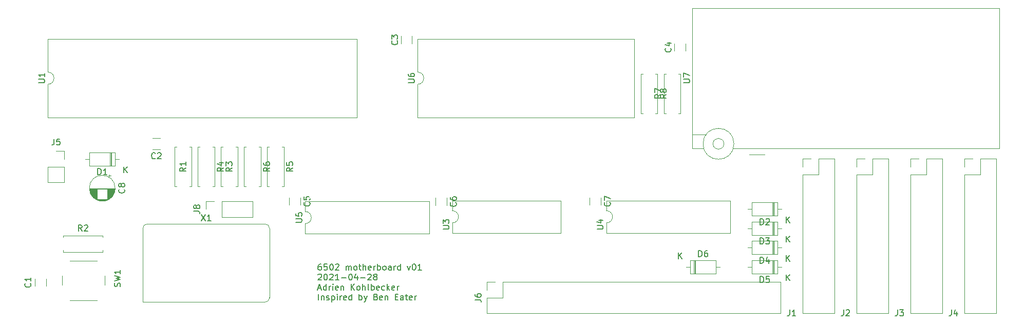
<source format=gto>
%TF.GenerationSoftware,KiCad,Pcbnew,(5.1.9-0-10_14)*%
%TF.CreationDate,2021-04-28T18:12:29+02:00*%
%TF.ProjectId,mainboard,6d61696e-626f-4617-9264-2e6b69636164,rev?*%
%TF.SameCoordinates,Original*%
%TF.FileFunction,Legend,Top*%
%TF.FilePolarity,Positive*%
%FSLAX46Y46*%
G04 Gerber Fmt 4.6, Leading zero omitted, Abs format (unit mm)*
G04 Created by KiCad (PCBNEW (5.1.9-0-10_14)) date 2021-04-28 18:12:29*
%MOMM*%
%LPD*%
G01*
G04 APERTURE LIST*
%ADD10C,0.150000*%
%ADD11C,0.120000*%
%ADD12O,1.600000X1.600000*%
%ADD13R,1.600000X1.600000*%
%ADD14O,1.700000X1.700000*%
%ADD15R,1.700000X1.700000*%
%ADD16C,1.600000*%
%ADD17O,1.440000X2.000000*%
%ADD18R,1.440000X2.000000*%
%ADD19C,1.200000*%
%ADD20R,1.200000X1.200000*%
%ADD21C,2.000000*%
G04 APERTURE END LIST*
D10*
X203710166Y83032619D02*
X203519690Y83032619D01*
X203424452Y82985000D01*
X203376833Y82937380D01*
X203281595Y82794523D01*
X203233976Y82604047D01*
X203233976Y82223095D01*
X203281595Y82127857D01*
X203329214Y82080238D01*
X203424452Y82032619D01*
X203614928Y82032619D01*
X203710166Y82080238D01*
X203757785Y82127857D01*
X203805404Y82223095D01*
X203805404Y82461190D01*
X203757785Y82556428D01*
X203710166Y82604047D01*
X203614928Y82651666D01*
X203424452Y82651666D01*
X203329214Y82604047D01*
X203281595Y82556428D01*
X203233976Y82461190D01*
X204710166Y83032619D02*
X204233976Y83032619D01*
X204186357Y82556428D01*
X204233976Y82604047D01*
X204329214Y82651666D01*
X204567309Y82651666D01*
X204662547Y82604047D01*
X204710166Y82556428D01*
X204757785Y82461190D01*
X204757785Y82223095D01*
X204710166Y82127857D01*
X204662547Y82080238D01*
X204567309Y82032619D01*
X204329214Y82032619D01*
X204233976Y82080238D01*
X204186357Y82127857D01*
X205376833Y83032619D02*
X205472071Y83032619D01*
X205567309Y82985000D01*
X205614928Y82937380D01*
X205662547Y82842142D01*
X205710166Y82651666D01*
X205710166Y82413571D01*
X205662547Y82223095D01*
X205614928Y82127857D01*
X205567309Y82080238D01*
X205472071Y82032619D01*
X205376833Y82032619D01*
X205281595Y82080238D01*
X205233976Y82127857D01*
X205186357Y82223095D01*
X205138738Y82413571D01*
X205138738Y82651666D01*
X205186357Y82842142D01*
X205233976Y82937380D01*
X205281595Y82985000D01*
X205376833Y83032619D01*
X206091119Y82937380D02*
X206138738Y82985000D01*
X206233976Y83032619D01*
X206472071Y83032619D01*
X206567309Y82985000D01*
X206614928Y82937380D01*
X206662547Y82842142D01*
X206662547Y82746904D01*
X206614928Y82604047D01*
X206043500Y82032619D01*
X206662547Y82032619D01*
X207853023Y82032619D02*
X207853023Y82699285D01*
X207853023Y82604047D02*
X207900642Y82651666D01*
X207995880Y82699285D01*
X208138738Y82699285D01*
X208233976Y82651666D01*
X208281595Y82556428D01*
X208281595Y82032619D01*
X208281595Y82556428D02*
X208329214Y82651666D01*
X208424452Y82699285D01*
X208567309Y82699285D01*
X208662547Y82651666D01*
X208710166Y82556428D01*
X208710166Y82032619D01*
X209329214Y82032619D02*
X209233976Y82080238D01*
X209186357Y82127857D01*
X209138738Y82223095D01*
X209138738Y82508809D01*
X209186357Y82604047D01*
X209233976Y82651666D01*
X209329214Y82699285D01*
X209472071Y82699285D01*
X209567309Y82651666D01*
X209614928Y82604047D01*
X209662547Y82508809D01*
X209662547Y82223095D01*
X209614928Y82127857D01*
X209567309Y82080238D01*
X209472071Y82032619D01*
X209329214Y82032619D01*
X209948261Y82699285D02*
X210329214Y82699285D01*
X210091119Y83032619D02*
X210091119Y82175476D01*
X210138738Y82080238D01*
X210233976Y82032619D01*
X210329214Y82032619D01*
X210662547Y82032619D02*
X210662547Y83032619D01*
X211091119Y82032619D02*
X211091119Y82556428D01*
X211043500Y82651666D01*
X210948261Y82699285D01*
X210805404Y82699285D01*
X210710166Y82651666D01*
X210662547Y82604047D01*
X211948261Y82080238D02*
X211853023Y82032619D01*
X211662547Y82032619D01*
X211567309Y82080238D01*
X211519690Y82175476D01*
X211519690Y82556428D01*
X211567309Y82651666D01*
X211662547Y82699285D01*
X211853023Y82699285D01*
X211948261Y82651666D01*
X211995880Y82556428D01*
X211995880Y82461190D01*
X211519690Y82365952D01*
X212424452Y82032619D02*
X212424452Y82699285D01*
X212424452Y82508809D02*
X212472071Y82604047D01*
X212519690Y82651666D01*
X212614928Y82699285D01*
X212710166Y82699285D01*
X213043500Y82032619D02*
X213043500Y83032619D01*
X213043500Y82651666D02*
X213138738Y82699285D01*
X213329214Y82699285D01*
X213424452Y82651666D01*
X213472071Y82604047D01*
X213519690Y82508809D01*
X213519690Y82223095D01*
X213472071Y82127857D01*
X213424452Y82080238D01*
X213329214Y82032619D01*
X213138738Y82032619D01*
X213043500Y82080238D01*
X214091119Y82032619D02*
X213995880Y82080238D01*
X213948261Y82127857D01*
X213900642Y82223095D01*
X213900642Y82508809D01*
X213948261Y82604047D01*
X213995880Y82651666D01*
X214091119Y82699285D01*
X214233976Y82699285D01*
X214329214Y82651666D01*
X214376833Y82604047D01*
X214424452Y82508809D01*
X214424452Y82223095D01*
X214376833Y82127857D01*
X214329214Y82080238D01*
X214233976Y82032619D01*
X214091119Y82032619D01*
X215281595Y82032619D02*
X215281595Y82556428D01*
X215233976Y82651666D01*
X215138738Y82699285D01*
X214948261Y82699285D01*
X214853023Y82651666D01*
X215281595Y82080238D02*
X215186357Y82032619D01*
X214948261Y82032619D01*
X214853023Y82080238D01*
X214805404Y82175476D01*
X214805404Y82270714D01*
X214853023Y82365952D01*
X214948261Y82413571D01*
X215186357Y82413571D01*
X215281595Y82461190D01*
X215757785Y82032619D02*
X215757785Y82699285D01*
X215757785Y82508809D02*
X215805404Y82604047D01*
X215853023Y82651666D01*
X215948261Y82699285D01*
X216043500Y82699285D01*
X216805404Y82032619D02*
X216805404Y83032619D01*
X216805404Y82080238D02*
X216710166Y82032619D01*
X216519690Y82032619D01*
X216424452Y82080238D01*
X216376833Y82127857D01*
X216329214Y82223095D01*
X216329214Y82508809D01*
X216376833Y82604047D01*
X216424452Y82651666D01*
X216519690Y82699285D01*
X216710166Y82699285D01*
X216805404Y82651666D01*
X217948261Y82699285D02*
X218186357Y82032619D01*
X218424452Y82699285D01*
X218995880Y83032619D02*
X219091119Y83032619D01*
X219186357Y82985000D01*
X219233976Y82937380D01*
X219281595Y82842142D01*
X219329214Y82651666D01*
X219329214Y82413571D01*
X219281595Y82223095D01*
X219233976Y82127857D01*
X219186357Y82080238D01*
X219091119Y82032619D01*
X218995880Y82032619D01*
X218900642Y82080238D01*
X218853023Y82127857D01*
X218805404Y82223095D01*
X218757785Y82413571D01*
X218757785Y82651666D01*
X218805404Y82842142D01*
X218853023Y82937380D01*
X218900642Y82985000D01*
X218995880Y83032619D01*
X220281595Y82032619D02*
X219710166Y82032619D01*
X219995880Y82032619D02*
X219995880Y83032619D01*
X219900642Y82889761D01*
X219805404Y82794523D01*
X219710166Y82746904D01*
X203233976Y81287380D02*
X203281595Y81335000D01*
X203376833Y81382619D01*
X203614928Y81382619D01*
X203710166Y81335000D01*
X203757785Y81287380D01*
X203805404Y81192142D01*
X203805404Y81096904D01*
X203757785Y80954047D01*
X203186357Y80382619D01*
X203805404Y80382619D01*
X204424452Y81382619D02*
X204519690Y81382619D01*
X204614928Y81335000D01*
X204662547Y81287380D01*
X204710166Y81192142D01*
X204757785Y81001666D01*
X204757785Y80763571D01*
X204710166Y80573095D01*
X204662547Y80477857D01*
X204614928Y80430238D01*
X204519690Y80382619D01*
X204424452Y80382619D01*
X204329214Y80430238D01*
X204281595Y80477857D01*
X204233976Y80573095D01*
X204186357Y80763571D01*
X204186357Y81001666D01*
X204233976Y81192142D01*
X204281595Y81287380D01*
X204329214Y81335000D01*
X204424452Y81382619D01*
X205138738Y81287380D02*
X205186357Y81335000D01*
X205281595Y81382619D01*
X205519690Y81382619D01*
X205614928Y81335000D01*
X205662547Y81287380D01*
X205710166Y81192142D01*
X205710166Y81096904D01*
X205662547Y80954047D01*
X205091119Y80382619D01*
X205710166Y80382619D01*
X206662547Y80382619D02*
X206091119Y80382619D01*
X206376833Y80382619D02*
X206376833Y81382619D01*
X206281595Y81239761D01*
X206186357Y81144523D01*
X206091119Y81096904D01*
X207091119Y80763571D02*
X207853023Y80763571D01*
X208519690Y81382619D02*
X208614928Y81382619D01*
X208710166Y81335000D01*
X208757785Y81287380D01*
X208805404Y81192142D01*
X208853023Y81001666D01*
X208853023Y80763571D01*
X208805404Y80573095D01*
X208757785Y80477857D01*
X208710166Y80430238D01*
X208614928Y80382619D01*
X208519690Y80382619D01*
X208424452Y80430238D01*
X208376833Y80477857D01*
X208329214Y80573095D01*
X208281595Y80763571D01*
X208281595Y81001666D01*
X208329214Y81192142D01*
X208376833Y81287380D01*
X208424452Y81335000D01*
X208519690Y81382619D01*
X209710166Y81049285D02*
X209710166Y80382619D01*
X209472071Y81430238D02*
X209233976Y80715952D01*
X209853023Y80715952D01*
X210233976Y80763571D02*
X210995880Y80763571D01*
X211424452Y81287380D02*
X211472071Y81335000D01*
X211567309Y81382619D01*
X211805404Y81382619D01*
X211900642Y81335000D01*
X211948261Y81287380D01*
X211995880Y81192142D01*
X211995880Y81096904D01*
X211948261Y80954047D01*
X211376833Y80382619D01*
X211995880Y80382619D01*
X212567309Y80954047D02*
X212472071Y81001666D01*
X212424452Y81049285D01*
X212376833Y81144523D01*
X212376833Y81192142D01*
X212424452Y81287380D01*
X212472071Y81335000D01*
X212567309Y81382619D01*
X212757785Y81382619D01*
X212853023Y81335000D01*
X212900642Y81287380D01*
X212948261Y81192142D01*
X212948261Y81144523D01*
X212900642Y81049285D01*
X212853023Y81001666D01*
X212757785Y80954047D01*
X212567309Y80954047D01*
X212472071Y80906428D01*
X212424452Y80858809D01*
X212376833Y80763571D01*
X212376833Y80573095D01*
X212424452Y80477857D01*
X212472071Y80430238D01*
X212567309Y80382619D01*
X212757785Y80382619D01*
X212853023Y80430238D01*
X212900642Y80477857D01*
X212948261Y80573095D01*
X212948261Y80763571D01*
X212900642Y80858809D01*
X212853023Y80906428D01*
X212757785Y80954047D01*
X203233976Y79018333D02*
X203710166Y79018333D01*
X203138738Y78732619D02*
X203472071Y79732619D01*
X203805404Y78732619D01*
X204567309Y78732619D02*
X204567309Y79732619D01*
X204567309Y78780238D02*
X204472071Y78732619D01*
X204281595Y78732619D01*
X204186357Y78780238D01*
X204138738Y78827857D01*
X204091119Y78923095D01*
X204091119Y79208809D01*
X204138738Y79304047D01*
X204186357Y79351666D01*
X204281595Y79399285D01*
X204472071Y79399285D01*
X204567309Y79351666D01*
X205043500Y78732619D02*
X205043500Y79399285D01*
X205043500Y79208809D02*
X205091119Y79304047D01*
X205138738Y79351666D01*
X205233976Y79399285D01*
X205329214Y79399285D01*
X205662547Y78732619D02*
X205662547Y79399285D01*
X205662547Y79732619D02*
X205614928Y79685000D01*
X205662547Y79637380D01*
X205710166Y79685000D01*
X205662547Y79732619D01*
X205662547Y79637380D01*
X206519690Y78780238D02*
X206424452Y78732619D01*
X206233976Y78732619D01*
X206138738Y78780238D01*
X206091119Y78875476D01*
X206091119Y79256428D01*
X206138738Y79351666D01*
X206233976Y79399285D01*
X206424452Y79399285D01*
X206519690Y79351666D01*
X206567309Y79256428D01*
X206567309Y79161190D01*
X206091119Y79065952D01*
X206995880Y79399285D02*
X206995880Y78732619D01*
X206995880Y79304047D02*
X207043500Y79351666D01*
X207138738Y79399285D01*
X207281595Y79399285D01*
X207376833Y79351666D01*
X207424452Y79256428D01*
X207424452Y78732619D01*
X208662547Y78732619D02*
X208662547Y79732619D01*
X209233976Y78732619D02*
X208805404Y79304047D01*
X209233976Y79732619D02*
X208662547Y79161190D01*
X209805404Y78732619D02*
X209710166Y78780238D01*
X209662547Y78827857D01*
X209614928Y78923095D01*
X209614928Y79208809D01*
X209662547Y79304047D01*
X209710166Y79351666D01*
X209805404Y79399285D01*
X209948261Y79399285D01*
X210043500Y79351666D01*
X210091119Y79304047D01*
X210138738Y79208809D01*
X210138738Y78923095D01*
X210091119Y78827857D01*
X210043500Y78780238D01*
X209948261Y78732619D01*
X209805404Y78732619D01*
X210567309Y78732619D02*
X210567309Y79732619D01*
X210995880Y78732619D02*
X210995880Y79256428D01*
X210948261Y79351666D01*
X210853023Y79399285D01*
X210710166Y79399285D01*
X210614928Y79351666D01*
X210567309Y79304047D01*
X211614928Y78732619D02*
X211519690Y78780238D01*
X211472071Y78875476D01*
X211472071Y79732619D01*
X211995880Y78732619D02*
X211995880Y79732619D01*
X211995880Y79351666D02*
X212091119Y79399285D01*
X212281595Y79399285D01*
X212376833Y79351666D01*
X212424452Y79304047D01*
X212472071Y79208809D01*
X212472071Y78923095D01*
X212424452Y78827857D01*
X212376833Y78780238D01*
X212281595Y78732619D01*
X212091119Y78732619D01*
X211995880Y78780238D01*
X213281595Y78780238D02*
X213186357Y78732619D01*
X212995880Y78732619D01*
X212900642Y78780238D01*
X212853023Y78875476D01*
X212853023Y79256428D01*
X212900642Y79351666D01*
X212995880Y79399285D01*
X213186357Y79399285D01*
X213281595Y79351666D01*
X213329214Y79256428D01*
X213329214Y79161190D01*
X212853023Y79065952D01*
X214186357Y78780238D02*
X214091119Y78732619D01*
X213900642Y78732619D01*
X213805404Y78780238D01*
X213757785Y78827857D01*
X213710166Y78923095D01*
X213710166Y79208809D01*
X213757785Y79304047D01*
X213805404Y79351666D01*
X213900642Y79399285D01*
X214091119Y79399285D01*
X214186357Y79351666D01*
X214614928Y78732619D02*
X214614928Y79732619D01*
X214710166Y79113571D02*
X214995880Y78732619D01*
X214995880Y79399285D02*
X214614928Y79018333D01*
X215805404Y78780238D02*
X215710166Y78732619D01*
X215519690Y78732619D01*
X215424452Y78780238D01*
X215376833Y78875476D01*
X215376833Y79256428D01*
X215424452Y79351666D01*
X215519690Y79399285D01*
X215710166Y79399285D01*
X215805404Y79351666D01*
X215853023Y79256428D01*
X215853023Y79161190D01*
X215376833Y79065952D01*
X216281595Y78732619D02*
X216281595Y79399285D01*
X216281595Y79208809D02*
X216329214Y79304047D01*
X216376833Y79351666D01*
X216472071Y79399285D01*
X216567309Y79399285D01*
X203281595Y77082619D02*
X203281595Y78082619D01*
X203757785Y77749285D02*
X203757785Y77082619D01*
X203757785Y77654047D02*
X203805404Y77701666D01*
X203900642Y77749285D01*
X204043500Y77749285D01*
X204138738Y77701666D01*
X204186357Y77606428D01*
X204186357Y77082619D01*
X204614928Y77130238D02*
X204710166Y77082619D01*
X204900642Y77082619D01*
X204995880Y77130238D01*
X205043500Y77225476D01*
X205043500Y77273095D01*
X204995880Y77368333D01*
X204900642Y77415952D01*
X204757785Y77415952D01*
X204662547Y77463571D01*
X204614928Y77558809D01*
X204614928Y77606428D01*
X204662547Y77701666D01*
X204757785Y77749285D01*
X204900642Y77749285D01*
X204995880Y77701666D01*
X205472071Y77749285D02*
X205472071Y76749285D01*
X205472071Y77701666D02*
X205567309Y77749285D01*
X205757785Y77749285D01*
X205853023Y77701666D01*
X205900642Y77654047D01*
X205948261Y77558809D01*
X205948261Y77273095D01*
X205900642Y77177857D01*
X205853023Y77130238D01*
X205757785Y77082619D01*
X205567309Y77082619D01*
X205472071Y77130238D01*
X206376833Y77082619D02*
X206376833Y77749285D01*
X206376833Y78082619D02*
X206329214Y78035000D01*
X206376833Y77987380D01*
X206424452Y78035000D01*
X206376833Y78082619D01*
X206376833Y77987380D01*
X206853023Y77082619D02*
X206853023Y77749285D01*
X206853023Y77558809D02*
X206900642Y77654047D01*
X206948261Y77701666D01*
X207043500Y77749285D01*
X207138738Y77749285D01*
X207853023Y77130238D02*
X207757785Y77082619D01*
X207567309Y77082619D01*
X207472071Y77130238D01*
X207424452Y77225476D01*
X207424452Y77606428D01*
X207472071Y77701666D01*
X207567309Y77749285D01*
X207757785Y77749285D01*
X207853023Y77701666D01*
X207900642Y77606428D01*
X207900642Y77511190D01*
X207424452Y77415952D01*
X208757785Y77082619D02*
X208757785Y78082619D01*
X208757785Y77130238D02*
X208662547Y77082619D01*
X208472071Y77082619D01*
X208376833Y77130238D01*
X208329214Y77177857D01*
X208281595Y77273095D01*
X208281595Y77558809D01*
X208329214Y77654047D01*
X208376833Y77701666D01*
X208472071Y77749285D01*
X208662547Y77749285D01*
X208757785Y77701666D01*
X209995880Y77082619D02*
X209995880Y78082619D01*
X209995880Y77701666D02*
X210091119Y77749285D01*
X210281595Y77749285D01*
X210376833Y77701666D01*
X210424452Y77654047D01*
X210472071Y77558809D01*
X210472071Y77273095D01*
X210424452Y77177857D01*
X210376833Y77130238D01*
X210281595Y77082619D01*
X210091119Y77082619D01*
X209995880Y77130238D01*
X210805404Y77749285D02*
X211043500Y77082619D01*
X211281595Y77749285D02*
X211043500Y77082619D01*
X210948261Y76844523D01*
X210900642Y76796904D01*
X210805404Y76749285D01*
X212757785Y77606428D02*
X212900642Y77558809D01*
X212948261Y77511190D01*
X212995880Y77415952D01*
X212995880Y77273095D01*
X212948261Y77177857D01*
X212900642Y77130238D01*
X212805404Y77082619D01*
X212424452Y77082619D01*
X212424452Y78082619D01*
X212757785Y78082619D01*
X212853023Y78035000D01*
X212900642Y77987380D01*
X212948261Y77892142D01*
X212948261Y77796904D01*
X212900642Y77701666D01*
X212853023Y77654047D01*
X212757785Y77606428D01*
X212424452Y77606428D01*
X213805404Y77130238D02*
X213710166Y77082619D01*
X213519690Y77082619D01*
X213424452Y77130238D01*
X213376833Y77225476D01*
X213376833Y77606428D01*
X213424452Y77701666D01*
X213519690Y77749285D01*
X213710166Y77749285D01*
X213805404Y77701666D01*
X213853023Y77606428D01*
X213853023Y77511190D01*
X213376833Y77415952D01*
X214281595Y77749285D02*
X214281595Y77082619D01*
X214281595Y77654047D02*
X214329214Y77701666D01*
X214424452Y77749285D01*
X214567309Y77749285D01*
X214662547Y77701666D01*
X214710166Y77606428D01*
X214710166Y77082619D01*
X215948261Y77606428D02*
X216281595Y77606428D01*
X216424452Y77082619D02*
X215948261Y77082619D01*
X215948261Y78082619D01*
X216424452Y78082619D01*
X217281595Y77082619D02*
X217281595Y77606428D01*
X217233976Y77701666D01*
X217138738Y77749285D01*
X216948261Y77749285D01*
X216853023Y77701666D01*
X217281595Y77130238D02*
X217186357Y77082619D01*
X216948261Y77082619D01*
X216853023Y77130238D01*
X216805404Y77225476D01*
X216805404Y77320714D01*
X216853023Y77415952D01*
X216948261Y77463571D01*
X217186357Y77463571D01*
X217281595Y77511190D01*
X217614928Y77749285D02*
X217995880Y77749285D01*
X217757785Y78082619D02*
X217757785Y77225476D01*
X217805404Y77130238D01*
X217900642Y77082619D01*
X217995880Y77082619D01*
X218710166Y77130238D02*
X218614928Y77082619D01*
X218424452Y77082619D01*
X218329214Y77130238D01*
X218281595Y77225476D01*
X218281595Y77606428D01*
X218329214Y77701666D01*
X218424452Y77749285D01*
X218614928Y77749285D01*
X218710166Y77701666D01*
X218757785Y77606428D01*
X218757785Y77511190D01*
X218281595Y77415952D01*
X219186357Y77082619D02*
X219186357Y77749285D01*
X219186357Y77558809D02*
X219233976Y77654047D01*
X219281595Y77701666D01*
X219376833Y77749285D01*
X219472071Y77749285D01*
D11*
%TO.C,U5*%
X201108000Y91678000D02*
G75*
G02*
X201108000Y89678000I0J-1000000D01*
G01*
X201108000Y89678000D02*
X201108000Y88028000D01*
X201108000Y88028000D02*
X221548000Y88028000D01*
X221548000Y88028000D02*
X221548000Y93328000D01*
X221548000Y93328000D02*
X201108000Y93328000D01*
X201108000Y93328000D02*
X201108000Y91678000D01*
%TO.C,U3*%
X225365000Y93455000D02*
X225365000Y91805000D01*
X243265000Y93455000D02*
X225365000Y93455000D01*
X243265000Y88155000D02*
X243265000Y93455000D01*
X225365000Y88155000D02*
X243265000Y88155000D01*
X225365000Y89805000D02*
X225365000Y88155000D01*
X225365000Y91805000D02*
G75*
G02*
X225365000Y89805000I0J-1000000D01*
G01*
%TO.C,J1*%
X283150000Y100390000D02*
X284480000Y100390000D01*
X283150000Y99060000D02*
X283150000Y100390000D01*
X285750000Y100390000D02*
X288350000Y100390000D01*
X285750000Y97790000D02*
X285750000Y100390000D01*
X283150000Y97790000D02*
X285750000Y97790000D01*
X288350000Y100390000D02*
X288350000Y74870000D01*
X283150000Y97790000D02*
X283150000Y74870000D01*
X283150000Y74870000D02*
X288350000Y74870000D01*
%TO.C,R5*%
X194845000Y95790000D02*
X195175000Y95790000D01*
X194845000Y102330000D02*
X194845000Y95790000D01*
X195175000Y102330000D02*
X194845000Y102330000D01*
X197585000Y95790000D02*
X197255000Y95790000D01*
X197585000Y102330000D02*
X197585000Y95790000D01*
X197255000Y102330000D02*
X197585000Y102330000D01*
%TO.C,J2*%
X292040000Y100390000D02*
X293370000Y100390000D01*
X292040000Y99060000D02*
X292040000Y100390000D01*
X294640000Y100390000D02*
X297240000Y100390000D01*
X294640000Y97790000D02*
X294640000Y100390000D01*
X292040000Y97790000D02*
X294640000Y97790000D01*
X297240000Y100390000D02*
X297240000Y74870000D01*
X292040000Y97790000D02*
X292040000Y74870000D01*
X292040000Y74870000D02*
X297240000Y74870000D01*
%TO.C,D5*%
X278380000Y81430000D02*
X278380000Y83670000D01*
X278140000Y81430000D02*
X278140000Y83670000D01*
X278260000Y81430000D02*
X278260000Y83670000D01*
X274090000Y82550000D02*
X274740000Y82550000D01*
X279630000Y82550000D02*
X278980000Y82550000D01*
X274740000Y81430000D02*
X278980000Y81430000D01*
X274740000Y83670000D02*
X274740000Y81430000D01*
X278980000Y83670000D02*
X274740000Y83670000D01*
X278980000Y81430000D02*
X278980000Y83670000D01*
%TO.C,R8*%
X256440000Y107855000D02*
X256770000Y107855000D01*
X256440000Y114395000D02*
X256440000Y107855000D01*
X256770000Y114395000D02*
X256440000Y114395000D01*
X259180000Y107855000D02*
X258850000Y107855000D01*
X259180000Y114395000D02*
X259180000Y107855000D01*
X258850000Y114395000D02*
X259180000Y114395000D01*
%TO.C,R7*%
X262990000Y114395000D02*
X262660000Y114395000D01*
X262990000Y107855000D02*
X262990000Y114395000D01*
X262660000Y107855000D02*
X262990000Y107855000D01*
X260250000Y114395000D02*
X260580000Y114395000D01*
X260250000Y107855000D02*
X260250000Y114395000D01*
X260580000Y107855000D02*
X260250000Y107855000D01*
%TO.C,R6*%
X191035000Y95790000D02*
X191365000Y95790000D01*
X191035000Y102330000D02*
X191035000Y95790000D01*
X191365000Y102330000D02*
X191035000Y102330000D01*
X193775000Y95790000D02*
X193445000Y95790000D01*
X193775000Y102330000D02*
X193775000Y95790000D01*
X193445000Y102330000D02*
X193775000Y102330000D01*
%TO.C,R4*%
X183415000Y95790000D02*
X183745000Y95790000D01*
X183415000Y102330000D02*
X183415000Y95790000D01*
X183745000Y102330000D02*
X183415000Y102330000D01*
X186155000Y95790000D02*
X185825000Y95790000D01*
X186155000Y102330000D02*
X186155000Y95790000D01*
X185825000Y102330000D02*
X186155000Y102330000D01*
%TO.C,J6*%
X231080000Y78740000D02*
X231080000Y80070000D01*
X231080000Y80070000D02*
X232410000Y80070000D01*
X231080000Y77470000D02*
X233680000Y77470000D01*
X233680000Y77470000D02*
X233680000Y80070000D01*
X233680000Y80070000D02*
X279460000Y80070000D01*
X279460000Y74870000D02*
X279460000Y80070000D01*
X231080000Y74870000D02*
X279460000Y74870000D01*
X231080000Y74870000D02*
X231080000Y77470000D01*
%TO.C,D6*%
X265180000Y83670000D02*
X265180000Y81430000D01*
X265420000Y83670000D02*
X265420000Y81430000D01*
X265300000Y83670000D02*
X265300000Y81430000D01*
X269470000Y82550000D02*
X268820000Y82550000D01*
X263930000Y82550000D02*
X264580000Y82550000D01*
X268820000Y83670000D02*
X264580000Y83670000D01*
X268820000Y81430000D02*
X268820000Y83670000D01*
X264580000Y81430000D02*
X268820000Y81430000D01*
X264580000Y83670000D02*
X264580000Y81430000D01*
%TO.C,D4*%
X278380000Y84605000D02*
X278380000Y86845000D01*
X278140000Y84605000D02*
X278140000Y86845000D01*
X278260000Y84605000D02*
X278260000Y86845000D01*
X274090000Y85725000D02*
X274740000Y85725000D01*
X279630000Y85725000D02*
X278980000Y85725000D01*
X274740000Y84605000D02*
X278980000Y84605000D01*
X274740000Y86845000D02*
X274740000Y84605000D01*
X278980000Y86845000D02*
X274740000Y86845000D01*
X278980000Y84605000D02*
X278980000Y86845000D01*
%TO.C,D3*%
X278380000Y87780000D02*
X278380000Y90020000D01*
X278140000Y87780000D02*
X278140000Y90020000D01*
X278260000Y87780000D02*
X278260000Y90020000D01*
X274090000Y88900000D02*
X274740000Y88900000D01*
X279630000Y88900000D02*
X278980000Y88900000D01*
X274740000Y87780000D02*
X278980000Y87780000D01*
X274740000Y90020000D02*
X274740000Y87780000D01*
X278980000Y90020000D02*
X274740000Y90020000D01*
X278980000Y87780000D02*
X278980000Y90020000D01*
%TO.C,D2*%
X278380000Y90955000D02*
X278380000Y93195000D01*
X278140000Y90955000D02*
X278140000Y93195000D01*
X278260000Y90955000D02*
X278260000Y93195000D01*
X274090000Y92075000D02*
X274740000Y92075000D01*
X279630000Y92075000D02*
X278980000Y92075000D01*
X274740000Y90955000D02*
X278980000Y90955000D01*
X274740000Y93195000D02*
X274740000Y90955000D01*
X278980000Y93195000D02*
X274740000Y93195000D01*
X278980000Y90955000D02*
X278980000Y93195000D01*
%TO.C,C5*%
X200310000Y93994000D02*
X200310000Y92736000D01*
X198470000Y93994000D02*
X198470000Y92736000D01*
%TO.C,J3*%
X300930000Y100390000D02*
X302260000Y100390000D01*
X300930000Y99060000D02*
X300930000Y100390000D01*
X303530000Y100390000D02*
X306130000Y100390000D01*
X303530000Y97790000D02*
X303530000Y100390000D01*
X300930000Y97790000D02*
X303530000Y97790000D01*
X306130000Y100390000D02*
X306130000Y74870000D01*
X300930000Y97790000D02*
X300930000Y74870000D01*
X300930000Y74870000D02*
X306130000Y74870000D01*
%TO.C,U7*%
X271790000Y102845000D02*
G75*
G03*
X271790000Y102845000I-2550000J0D01*
G01*
X270140000Y102845000D02*
G75*
G03*
X270140000Y102845000I-900000J0D01*
G01*
X271690000Y102115000D02*
X315530000Y102115000D01*
X315530000Y102115000D02*
X315530000Y125215000D01*
X315530000Y125215000D02*
X264930000Y125215000D01*
X264930000Y125215000D02*
X264930000Y102115000D01*
X264930000Y102115000D02*
X266790000Y102115000D01*
X264930000Y104395000D02*
X267190000Y104395000D01*
X276860000Y101095000D02*
X274320000Y101095000D01*
%TO.C,U6*%
X219650000Y112665000D02*
X219650000Y107205000D01*
X219650000Y107205000D02*
X255330000Y107205000D01*
X255330000Y107205000D02*
X255330000Y120125000D01*
X255330000Y120125000D02*
X219650000Y120125000D01*
X219650000Y120125000D02*
X219650000Y114665000D01*
X219650000Y114665000D02*
G75*
G02*
X219650000Y112665000I0J-1000000D01*
G01*
%TO.C,R3*%
X189635000Y102330000D02*
X189965000Y102330000D01*
X189965000Y102330000D02*
X189965000Y95790000D01*
X189965000Y95790000D02*
X189635000Y95790000D01*
X187555000Y102330000D02*
X187225000Y102330000D01*
X187225000Y102330000D02*
X187225000Y95790000D01*
X187225000Y95790000D02*
X187555000Y95790000D01*
%TO.C,J5*%
X158690000Y99060000D02*
X161350000Y99060000D01*
X158690000Y99060000D02*
X158690000Y96460000D01*
X158690000Y96460000D02*
X161350000Y96460000D01*
X161350000Y99060000D02*
X161350000Y96460000D01*
X161350000Y101660000D02*
X161350000Y100330000D01*
X160020000Y101660000D02*
X161350000Y101660000D01*
%TO.C,D1*%
X169760000Y99210000D02*
X169760000Y101450000D01*
X169760000Y101450000D02*
X165520000Y101450000D01*
X165520000Y101450000D02*
X165520000Y99210000D01*
X165520000Y99210000D02*
X169760000Y99210000D01*
X170410000Y100330000D02*
X169760000Y100330000D01*
X164870000Y100330000D02*
X165520000Y100330000D01*
X169040000Y99210000D02*
X169040000Y101450000D01*
X168920000Y99210000D02*
X168920000Y101450000D01*
X169160000Y99210000D02*
X169160000Y101450000D01*
%TO.C,C8*%
X169760000Y95520000D02*
G75*
G03*
X169760000Y95520000I-2120000J0D01*
G01*
X169720000Y95520000D02*
X165560000Y95520000D01*
X169720000Y95480000D02*
X165560000Y95480000D01*
X169719000Y95440000D02*
X165561000Y95440000D01*
X169717000Y95400000D02*
X165563000Y95400000D01*
X169714000Y95360000D02*
X165566000Y95360000D01*
X169711000Y95320000D02*
X168480000Y95320000D01*
X166800000Y95320000D02*
X165569000Y95320000D01*
X169707000Y95280000D02*
X168480000Y95280000D01*
X166800000Y95280000D02*
X165573000Y95280000D01*
X169702000Y95240000D02*
X168480000Y95240000D01*
X166800000Y95240000D02*
X165578000Y95240000D01*
X169696000Y95200000D02*
X168480000Y95200000D01*
X166800000Y95200000D02*
X165584000Y95200000D01*
X169690000Y95160000D02*
X168480000Y95160000D01*
X166800000Y95160000D02*
X165590000Y95160000D01*
X169682000Y95120000D02*
X168480000Y95120000D01*
X166800000Y95120000D02*
X165598000Y95120000D01*
X169674000Y95080000D02*
X168480000Y95080000D01*
X166800000Y95080000D02*
X165606000Y95080000D01*
X169665000Y95040000D02*
X168480000Y95040000D01*
X166800000Y95040000D02*
X165615000Y95040000D01*
X169656000Y95000000D02*
X168480000Y95000000D01*
X166800000Y95000000D02*
X165624000Y95000000D01*
X169645000Y94960000D02*
X168480000Y94960000D01*
X166800000Y94960000D02*
X165635000Y94960000D01*
X169634000Y94920000D02*
X168480000Y94920000D01*
X166800000Y94920000D02*
X165646000Y94920000D01*
X169622000Y94880000D02*
X168480000Y94880000D01*
X166800000Y94880000D02*
X165658000Y94880000D01*
X169608000Y94840000D02*
X168480000Y94840000D01*
X166800000Y94840000D02*
X165672000Y94840000D01*
X169594000Y94799000D02*
X168480000Y94799000D01*
X166800000Y94799000D02*
X165686000Y94799000D01*
X169580000Y94759000D02*
X168480000Y94759000D01*
X166800000Y94759000D02*
X165700000Y94759000D01*
X169564000Y94719000D02*
X168480000Y94719000D01*
X166800000Y94719000D02*
X165716000Y94719000D01*
X169547000Y94679000D02*
X168480000Y94679000D01*
X166800000Y94679000D02*
X165733000Y94679000D01*
X169529000Y94639000D02*
X168480000Y94639000D01*
X166800000Y94639000D02*
X165751000Y94639000D01*
X169510000Y94599000D02*
X168480000Y94599000D01*
X166800000Y94599000D02*
X165770000Y94599000D01*
X169491000Y94559000D02*
X168480000Y94559000D01*
X166800000Y94559000D02*
X165789000Y94559000D01*
X169470000Y94519000D02*
X168480000Y94519000D01*
X166800000Y94519000D02*
X165810000Y94519000D01*
X169448000Y94479000D02*
X168480000Y94479000D01*
X166800000Y94479000D02*
X165832000Y94479000D01*
X169425000Y94439000D02*
X168480000Y94439000D01*
X166800000Y94439000D02*
X165855000Y94439000D01*
X169400000Y94399000D02*
X168480000Y94399000D01*
X166800000Y94399000D02*
X165880000Y94399000D01*
X169375000Y94359000D02*
X168480000Y94359000D01*
X166800000Y94359000D02*
X165905000Y94359000D01*
X169348000Y94319000D02*
X168480000Y94319000D01*
X166800000Y94319000D02*
X165932000Y94319000D01*
X169320000Y94279000D02*
X168480000Y94279000D01*
X166800000Y94279000D02*
X165960000Y94279000D01*
X169290000Y94239000D02*
X168480000Y94239000D01*
X166800000Y94239000D02*
X165990000Y94239000D01*
X169259000Y94199000D02*
X168480000Y94199000D01*
X166800000Y94199000D02*
X166021000Y94199000D01*
X169227000Y94159000D02*
X168480000Y94159000D01*
X166800000Y94159000D02*
X166053000Y94159000D01*
X169192000Y94119000D02*
X168480000Y94119000D01*
X166800000Y94119000D02*
X166088000Y94119000D01*
X169156000Y94079000D02*
X168480000Y94079000D01*
X166800000Y94079000D02*
X166124000Y94079000D01*
X169118000Y94039000D02*
X168480000Y94039000D01*
X166800000Y94039000D02*
X166162000Y94039000D01*
X169078000Y93999000D02*
X168480000Y93999000D01*
X166800000Y93999000D02*
X166202000Y93999000D01*
X169036000Y93959000D02*
X168480000Y93959000D01*
X166800000Y93959000D02*
X166244000Y93959000D01*
X168991000Y93919000D02*
X168480000Y93919000D01*
X166800000Y93919000D02*
X166289000Y93919000D01*
X168944000Y93879000D02*
X168480000Y93879000D01*
X166800000Y93879000D02*
X166336000Y93879000D01*
X168894000Y93839000D02*
X168480000Y93839000D01*
X166800000Y93839000D02*
X166386000Y93839000D01*
X168840000Y93799000D02*
X168480000Y93799000D01*
X166800000Y93799000D02*
X166440000Y93799000D01*
X168782000Y93759000D02*
X168480000Y93759000D01*
X166800000Y93759000D02*
X166498000Y93759000D01*
X168720000Y93719000D02*
X168480000Y93719000D01*
X166800000Y93719000D02*
X166560000Y93719000D01*
X168653000Y93679000D02*
X166627000Y93679000D01*
X168580000Y93639000D02*
X166700000Y93639000D01*
X168499000Y93599000D02*
X166781000Y93599000D01*
X168408000Y93559000D02*
X166872000Y93559000D01*
X168304000Y93519000D02*
X166976000Y93519000D01*
X168177000Y93479000D02*
X167103000Y93479000D01*
X168010000Y93439000D02*
X167270000Y93439000D01*
X168835000Y97789801D02*
X168835000Y97389801D01*
X169035000Y97589801D02*
X168635000Y97589801D01*
%TO.C,C7*%
X249840000Y93994000D02*
X249840000Y92736000D01*
X248000000Y93994000D02*
X248000000Y92736000D01*
%TO.C,C6*%
X224440000Y93954000D02*
X224440000Y92696000D01*
X222600000Y93954000D02*
X222600000Y92696000D01*
%TO.C,C4*%
X263810000Y119394000D02*
X263810000Y118136000D01*
X261970000Y119394000D02*
X261970000Y118136000D01*
%TO.C,C3*%
X218725000Y120624000D02*
X218725000Y119366000D01*
X216885000Y120624000D02*
X216885000Y119366000D01*
%TO.C,C2*%
X177179000Y101950000D02*
X175921000Y101950000D01*
X177179000Y103790000D02*
X175921000Y103790000D01*
%TO.C,C1*%
X158400000Y79361000D02*
X158400000Y80619000D01*
X156560000Y79361000D02*
X156560000Y80619000D01*
%TO.C,R1*%
X179605000Y95790000D02*
X179935000Y95790000D01*
X179605000Y102330000D02*
X179605000Y95790000D01*
X179935000Y102330000D02*
X179605000Y102330000D01*
X182345000Y95790000D02*
X182015000Y95790000D01*
X182345000Y102330000D02*
X182345000Y95790000D01*
X182015000Y102330000D02*
X182345000Y102330000D01*
%TO.C,R2*%
X167735000Y85320000D02*
X167735000Y84990000D01*
X167735000Y84990000D02*
X161195000Y84990000D01*
X161195000Y84990000D02*
X161195000Y85320000D01*
X167735000Y87400000D02*
X167735000Y87730000D01*
X167735000Y87730000D02*
X161195000Y87730000D01*
X161195000Y87730000D02*
X161195000Y87400000D01*
%TO.C,SW1*%
X168040000Y79550000D02*
X168040000Y81050000D01*
X166790000Y83550000D02*
X162290000Y83550000D01*
X161040000Y81050000D02*
X161040000Y79550000D01*
X162290000Y77050000D02*
X166790000Y77050000D01*
%TO.C,U1*%
X158690000Y120125000D02*
X158690000Y114665000D01*
X209610000Y120125000D02*
X158690000Y120125000D01*
X209610000Y107205000D02*
X209610000Y120125000D01*
X158690000Y107205000D02*
X209610000Y107205000D01*
X158690000Y112665000D02*
X158690000Y107205000D01*
X158690000Y114665000D02*
G75*
G02*
X158690000Y112665000I0J-1000000D01*
G01*
%TO.C,U4*%
X250765000Y93455000D02*
X250765000Y91805000D01*
X271205000Y93455000D02*
X250765000Y93455000D01*
X271205000Y88155000D02*
X271205000Y93455000D01*
X250765000Y88155000D02*
X271205000Y88155000D01*
X250765000Y89805000D02*
X250765000Y88155000D01*
X250765000Y91805000D02*
G75*
G02*
X250765000Y89805000I0J-1000000D01*
G01*
%TO.C,J4*%
X309820000Y74870000D02*
X315020000Y74870000D01*
X309820000Y97790000D02*
X309820000Y74870000D01*
X315020000Y100390000D02*
X315020000Y74870000D01*
X309820000Y97790000D02*
X312420000Y97790000D01*
X312420000Y97790000D02*
X312420000Y100390000D01*
X312420000Y100390000D02*
X315020000Y100390000D01*
X309820000Y99060000D02*
X309820000Y100390000D01*
X309820000Y100390000D02*
X311150000Y100390000D01*
%TO.C,J8*%
X187325000Y90745000D02*
X187325000Y93405000D01*
X187325000Y90745000D02*
X192465000Y90745000D01*
X192465000Y90745000D02*
X192465000Y93405000D01*
X187325000Y93405000D02*
X192465000Y93405000D01*
X184725000Y93405000D02*
X186055000Y93405000D01*
X184725000Y92075000D02*
X184725000Y93405000D01*
%TO.C,X1*%
X174335000Y88885000D02*
X174335000Y76735000D01*
X194485000Y89635000D02*
X175085000Y89635000D01*
X195235000Y77485000D02*
X195235000Y88885000D01*
X174335000Y76735000D02*
X194485000Y76735000D01*
X194485000Y76735000D02*
G75*
G03*
X195235000Y77485000I0J750000D01*
G01*
X195235000Y88885000D02*
G75*
G03*
X194485000Y89635000I-750000J0D01*
G01*
X175085000Y89635000D02*
G75*
G03*
X174335000Y88885000I0J-750000D01*
G01*
%TO.C,U5*%
D10*
X199560380Y89916095D02*
X200369904Y89916095D01*
X200465142Y89963714D01*
X200512761Y90011333D01*
X200560380Y90106571D01*
X200560380Y90297047D01*
X200512761Y90392285D01*
X200465142Y90439904D01*
X200369904Y90487523D01*
X199560380Y90487523D01*
X199560380Y91439904D02*
X199560380Y90963714D01*
X200036571Y90916095D01*
X199988952Y90963714D01*
X199941333Y91058952D01*
X199941333Y91297047D01*
X199988952Y91392285D01*
X200036571Y91439904D01*
X200131809Y91487523D01*
X200369904Y91487523D01*
X200465142Y91439904D01*
X200512761Y91392285D01*
X200560380Y91297047D01*
X200560380Y91058952D01*
X200512761Y90963714D01*
X200465142Y90916095D01*
%TO.C,U3*%
X223817380Y88773095D02*
X224626904Y88773095D01*
X224722142Y88820714D01*
X224769761Y88868333D01*
X224817380Y88963571D01*
X224817380Y89154047D01*
X224769761Y89249285D01*
X224722142Y89296904D01*
X224626904Y89344523D01*
X223817380Y89344523D01*
X223817380Y89725476D02*
X223817380Y90344523D01*
X224198333Y90011190D01*
X224198333Y90154047D01*
X224245952Y90249285D01*
X224293571Y90296904D01*
X224388809Y90344523D01*
X224626904Y90344523D01*
X224722142Y90296904D01*
X224769761Y90249285D01*
X224817380Y90154047D01*
X224817380Y89868333D01*
X224769761Y89773095D01*
X224722142Y89725476D01*
%TO.C,J1*%
X280971666Y75477619D02*
X280971666Y74763333D01*
X280924047Y74620476D01*
X280828809Y74525238D01*
X280685952Y74477619D01*
X280590714Y74477619D01*
X281971666Y74477619D02*
X281400238Y74477619D01*
X281685952Y74477619D02*
X281685952Y75477619D01*
X281590714Y75334761D01*
X281495476Y75239523D01*
X281400238Y75191904D01*
%TO.C,R5*%
X199037380Y98893333D02*
X198561190Y98560000D01*
X199037380Y98321904D02*
X198037380Y98321904D01*
X198037380Y98702857D01*
X198085000Y98798095D01*
X198132619Y98845714D01*
X198227857Y98893333D01*
X198370714Y98893333D01*
X198465952Y98845714D01*
X198513571Y98798095D01*
X198561190Y98702857D01*
X198561190Y98321904D01*
X198037380Y99798095D02*
X198037380Y99321904D01*
X198513571Y99274285D01*
X198465952Y99321904D01*
X198418333Y99417142D01*
X198418333Y99655238D01*
X198465952Y99750476D01*
X198513571Y99798095D01*
X198608809Y99845714D01*
X198846904Y99845714D01*
X198942142Y99798095D01*
X198989761Y99750476D01*
X199037380Y99655238D01*
X199037380Y99417142D01*
X198989761Y99321904D01*
X198942142Y99274285D01*
%TO.C,J2*%
X289861666Y75477619D02*
X289861666Y74763333D01*
X289814047Y74620476D01*
X289718809Y74525238D01*
X289575952Y74477619D01*
X289480714Y74477619D01*
X290290238Y75382380D02*
X290337857Y75430000D01*
X290433095Y75477619D01*
X290671190Y75477619D01*
X290766428Y75430000D01*
X290814047Y75382380D01*
X290861666Y75287142D01*
X290861666Y75191904D01*
X290814047Y75049047D01*
X290242619Y74477619D01*
X290861666Y74477619D01*
%TO.C,D5*%
X276121904Y79977619D02*
X276121904Y80977619D01*
X276360000Y80977619D01*
X276502857Y80930000D01*
X276598095Y80834761D01*
X276645714Y80739523D01*
X276693333Y80549047D01*
X276693333Y80406190D01*
X276645714Y80215714D01*
X276598095Y80120476D01*
X276502857Y80025238D01*
X276360000Y79977619D01*
X276121904Y79977619D01*
X277598095Y80977619D02*
X277121904Y80977619D01*
X277074285Y80501428D01*
X277121904Y80549047D01*
X277217142Y80596666D01*
X277455238Y80596666D01*
X277550476Y80549047D01*
X277598095Y80501428D01*
X277645714Y80406190D01*
X277645714Y80168095D01*
X277598095Y80072857D01*
X277550476Y80025238D01*
X277455238Y79977619D01*
X277217142Y79977619D01*
X277121904Y80025238D01*
X277074285Y80072857D01*
X280408095Y80297619D02*
X280408095Y81297619D01*
X280979523Y80297619D02*
X280550952Y80869047D01*
X280979523Y81297619D02*
X280408095Y80726190D01*
%TO.C,R8*%
X260632380Y110958333D02*
X260156190Y110625000D01*
X260632380Y110386904D02*
X259632380Y110386904D01*
X259632380Y110767857D01*
X259680000Y110863095D01*
X259727619Y110910714D01*
X259822857Y110958333D01*
X259965714Y110958333D01*
X260060952Y110910714D01*
X260108571Y110863095D01*
X260156190Y110767857D01*
X260156190Y110386904D01*
X260060952Y111529761D02*
X260013333Y111434523D01*
X259965714Y111386904D01*
X259870476Y111339285D01*
X259822857Y111339285D01*
X259727619Y111386904D01*
X259680000Y111434523D01*
X259632380Y111529761D01*
X259632380Y111720238D01*
X259680000Y111815476D01*
X259727619Y111863095D01*
X259822857Y111910714D01*
X259870476Y111910714D01*
X259965714Y111863095D01*
X260013333Y111815476D01*
X260060952Y111720238D01*
X260060952Y111529761D01*
X260108571Y111434523D01*
X260156190Y111386904D01*
X260251428Y111339285D01*
X260441904Y111339285D01*
X260537142Y111386904D01*
X260584761Y111434523D01*
X260632380Y111529761D01*
X260632380Y111720238D01*
X260584761Y111815476D01*
X260537142Y111863095D01*
X260441904Y111910714D01*
X260251428Y111910714D01*
X260156190Y111863095D01*
X260108571Y111815476D01*
X260060952Y111720238D01*
%TO.C,R7*%
X259702380Y110958333D02*
X259226190Y110625000D01*
X259702380Y110386904D02*
X258702380Y110386904D01*
X258702380Y110767857D01*
X258750000Y110863095D01*
X258797619Y110910714D01*
X258892857Y110958333D01*
X259035714Y110958333D01*
X259130952Y110910714D01*
X259178571Y110863095D01*
X259226190Y110767857D01*
X259226190Y110386904D01*
X258702380Y111291666D02*
X258702380Y111958333D01*
X259702380Y111529761D01*
%TO.C,R6*%
X195227380Y98893333D02*
X194751190Y98560000D01*
X195227380Y98321904D02*
X194227380Y98321904D01*
X194227380Y98702857D01*
X194275000Y98798095D01*
X194322619Y98845714D01*
X194417857Y98893333D01*
X194560714Y98893333D01*
X194655952Y98845714D01*
X194703571Y98798095D01*
X194751190Y98702857D01*
X194751190Y98321904D01*
X194227380Y99750476D02*
X194227380Y99560000D01*
X194275000Y99464761D01*
X194322619Y99417142D01*
X194465476Y99321904D01*
X194655952Y99274285D01*
X195036904Y99274285D01*
X195132142Y99321904D01*
X195179761Y99369523D01*
X195227380Y99464761D01*
X195227380Y99655238D01*
X195179761Y99750476D01*
X195132142Y99798095D01*
X195036904Y99845714D01*
X194798809Y99845714D01*
X194703571Y99798095D01*
X194655952Y99750476D01*
X194608333Y99655238D01*
X194608333Y99464761D01*
X194655952Y99369523D01*
X194703571Y99321904D01*
X194798809Y99274285D01*
%TO.C,R4*%
X187607380Y98893333D02*
X187131190Y98560000D01*
X187607380Y98321904D02*
X186607380Y98321904D01*
X186607380Y98702857D01*
X186655000Y98798095D01*
X186702619Y98845714D01*
X186797857Y98893333D01*
X186940714Y98893333D01*
X187035952Y98845714D01*
X187083571Y98798095D01*
X187131190Y98702857D01*
X187131190Y98321904D01*
X186940714Y99750476D02*
X187607380Y99750476D01*
X186559761Y99512380D02*
X187274047Y99274285D01*
X187274047Y99893333D01*
%TO.C,J6*%
X229092380Y77136666D02*
X229806666Y77136666D01*
X229949523Y77089047D01*
X230044761Y76993809D01*
X230092380Y76850952D01*
X230092380Y76755714D01*
X229092380Y78041428D02*
X229092380Y77850952D01*
X229140000Y77755714D01*
X229187619Y77708095D01*
X229330476Y77612857D01*
X229520952Y77565238D01*
X229901904Y77565238D01*
X229997142Y77612857D01*
X230044761Y77660476D01*
X230092380Y77755714D01*
X230092380Y77946190D01*
X230044761Y78041428D01*
X229997142Y78089047D01*
X229901904Y78136666D01*
X229663809Y78136666D01*
X229568571Y78089047D01*
X229520952Y78041428D01*
X229473333Y77946190D01*
X229473333Y77755714D01*
X229520952Y77660476D01*
X229568571Y77612857D01*
X229663809Y77565238D01*
%TO.C,D6*%
X265961904Y84217619D02*
X265961904Y85217619D01*
X266200000Y85217619D01*
X266342857Y85170000D01*
X266438095Y85074761D01*
X266485714Y84979523D01*
X266533333Y84789047D01*
X266533333Y84646190D01*
X266485714Y84455714D01*
X266438095Y84360476D01*
X266342857Y84265238D01*
X266200000Y84217619D01*
X265961904Y84217619D01*
X267390476Y85217619D02*
X267200000Y85217619D01*
X267104761Y85170000D01*
X267057142Y85122380D01*
X266961904Y84979523D01*
X266914285Y84789047D01*
X266914285Y84408095D01*
X266961904Y84312857D01*
X267009523Y84265238D01*
X267104761Y84217619D01*
X267295238Y84217619D01*
X267390476Y84265238D01*
X267438095Y84312857D01*
X267485714Y84408095D01*
X267485714Y84646190D01*
X267438095Y84741428D01*
X267390476Y84789047D01*
X267295238Y84836666D01*
X267104761Y84836666D01*
X267009523Y84789047D01*
X266961904Y84741428D01*
X266914285Y84646190D01*
X262628095Y83897619D02*
X262628095Y84897619D01*
X263199523Y83897619D02*
X262770952Y84469047D01*
X263199523Y84897619D02*
X262628095Y84326190D01*
%TO.C,D4*%
X276121904Y83152619D02*
X276121904Y84152619D01*
X276360000Y84152619D01*
X276502857Y84105000D01*
X276598095Y84009761D01*
X276645714Y83914523D01*
X276693333Y83724047D01*
X276693333Y83581190D01*
X276645714Y83390714D01*
X276598095Y83295476D01*
X276502857Y83200238D01*
X276360000Y83152619D01*
X276121904Y83152619D01*
X277550476Y83819285D02*
X277550476Y83152619D01*
X277312380Y84200238D02*
X277074285Y83485952D01*
X277693333Y83485952D01*
X280408095Y83472619D02*
X280408095Y84472619D01*
X280979523Y83472619D02*
X280550952Y84044047D01*
X280979523Y84472619D02*
X280408095Y83901190D01*
%TO.C,D3*%
X276121904Y86327619D02*
X276121904Y87327619D01*
X276360000Y87327619D01*
X276502857Y87280000D01*
X276598095Y87184761D01*
X276645714Y87089523D01*
X276693333Y86899047D01*
X276693333Y86756190D01*
X276645714Y86565714D01*
X276598095Y86470476D01*
X276502857Y86375238D01*
X276360000Y86327619D01*
X276121904Y86327619D01*
X277026666Y87327619D02*
X277645714Y87327619D01*
X277312380Y86946666D01*
X277455238Y86946666D01*
X277550476Y86899047D01*
X277598095Y86851428D01*
X277645714Y86756190D01*
X277645714Y86518095D01*
X277598095Y86422857D01*
X277550476Y86375238D01*
X277455238Y86327619D01*
X277169523Y86327619D01*
X277074285Y86375238D01*
X277026666Y86422857D01*
X280408095Y86647619D02*
X280408095Y87647619D01*
X280979523Y86647619D02*
X280550952Y87219047D01*
X280979523Y87647619D02*
X280408095Y87076190D01*
%TO.C,D2*%
X276121904Y89502619D02*
X276121904Y90502619D01*
X276360000Y90502619D01*
X276502857Y90455000D01*
X276598095Y90359761D01*
X276645714Y90264523D01*
X276693333Y90074047D01*
X276693333Y89931190D01*
X276645714Y89740714D01*
X276598095Y89645476D01*
X276502857Y89550238D01*
X276360000Y89502619D01*
X276121904Y89502619D01*
X277074285Y90407380D02*
X277121904Y90455000D01*
X277217142Y90502619D01*
X277455238Y90502619D01*
X277550476Y90455000D01*
X277598095Y90407380D01*
X277645714Y90312142D01*
X277645714Y90216904D01*
X277598095Y90074047D01*
X277026666Y89502619D01*
X277645714Y89502619D01*
X280408095Y89822619D02*
X280408095Y90822619D01*
X280979523Y89822619D02*
X280550952Y90394047D01*
X280979523Y90822619D02*
X280408095Y90251190D01*
%TO.C,C5*%
X201797142Y93198333D02*
X201844761Y93150714D01*
X201892380Y93007857D01*
X201892380Y92912619D01*
X201844761Y92769761D01*
X201749523Y92674523D01*
X201654285Y92626904D01*
X201463809Y92579285D01*
X201320952Y92579285D01*
X201130476Y92626904D01*
X201035238Y92674523D01*
X200940000Y92769761D01*
X200892380Y92912619D01*
X200892380Y93007857D01*
X200940000Y93150714D01*
X200987619Y93198333D01*
X200892380Y94103095D02*
X200892380Y93626904D01*
X201368571Y93579285D01*
X201320952Y93626904D01*
X201273333Y93722142D01*
X201273333Y93960238D01*
X201320952Y94055476D01*
X201368571Y94103095D01*
X201463809Y94150714D01*
X201701904Y94150714D01*
X201797142Y94103095D01*
X201844761Y94055476D01*
X201892380Y93960238D01*
X201892380Y93722142D01*
X201844761Y93626904D01*
X201797142Y93579285D01*
%TO.C,J3*%
X298751666Y75477619D02*
X298751666Y74763333D01*
X298704047Y74620476D01*
X298608809Y74525238D01*
X298465952Y74477619D01*
X298370714Y74477619D01*
X299132619Y75477619D02*
X299751666Y75477619D01*
X299418333Y75096666D01*
X299561190Y75096666D01*
X299656428Y75049047D01*
X299704047Y75001428D01*
X299751666Y74906190D01*
X299751666Y74668095D01*
X299704047Y74572857D01*
X299656428Y74525238D01*
X299561190Y74477619D01*
X299275476Y74477619D01*
X299180238Y74525238D01*
X299132619Y74572857D01*
%TO.C,U7*%
X263482380Y112903095D02*
X264291904Y112903095D01*
X264387142Y112950714D01*
X264434761Y112998333D01*
X264482380Y113093571D01*
X264482380Y113284047D01*
X264434761Y113379285D01*
X264387142Y113426904D01*
X264291904Y113474523D01*
X263482380Y113474523D01*
X263482380Y113855476D02*
X263482380Y114522142D01*
X264482380Y114093571D01*
%TO.C,U6*%
X218102380Y112903095D02*
X218911904Y112903095D01*
X219007142Y112950714D01*
X219054761Y112998333D01*
X219102380Y113093571D01*
X219102380Y113284047D01*
X219054761Y113379285D01*
X219007142Y113426904D01*
X218911904Y113474523D01*
X218102380Y113474523D01*
X218102380Y114379285D02*
X218102380Y114188809D01*
X218150000Y114093571D01*
X218197619Y114045952D01*
X218340476Y113950714D01*
X218530952Y113903095D01*
X218911904Y113903095D01*
X219007142Y113950714D01*
X219054761Y113998333D01*
X219102380Y114093571D01*
X219102380Y114284047D01*
X219054761Y114379285D01*
X219007142Y114426904D01*
X218911904Y114474523D01*
X218673809Y114474523D01*
X218578571Y114426904D01*
X218530952Y114379285D01*
X218483333Y114284047D01*
X218483333Y114093571D01*
X218530952Y113998333D01*
X218578571Y113950714D01*
X218673809Y113903095D01*
%TO.C,R3*%
X189047380Y98893333D02*
X188571190Y98560000D01*
X189047380Y98321904D02*
X188047380Y98321904D01*
X188047380Y98702857D01*
X188095000Y98798095D01*
X188142619Y98845714D01*
X188237857Y98893333D01*
X188380714Y98893333D01*
X188475952Y98845714D01*
X188523571Y98798095D01*
X188571190Y98702857D01*
X188571190Y98321904D01*
X188047380Y99226666D02*
X188047380Y99845714D01*
X188428333Y99512380D01*
X188428333Y99655238D01*
X188475952Y99750476D01*
X188523571Y99798095D01*
X188618809Y99845714D01*
X188856904Y99845714D01*
X188952142Y99798095D01*
X188999761Y99750476D01*
X189047380Y99655238D01*
X189047380Y99369523D01*
X188999761Y99274285D01*
X188952142Y99226666D01*
%TO.C,J5*%
X159686666Y103647619D02*
X159686666Y102933333D01*
X159639047Y102790476D01*
X159543809Y102695238D01*
X159400952Y102647619D01*
X159305714Y102647619D01*
X160639047Y103647619D02*
X160162857Y103647619D01*
X160115238Y103171428D01*
X160162857Y103219047D01*
X160258095Y103266666D01*
X160496190Y103266666D01*
X160591428Y103219047D01*
X160639047Y103171428D01*
X160686666Y103076190D01*
X160686666Y102838095D01*
X160639047Y102742857D01*
X160591428Y102695238D01*
X160496190Y102647619D01*
X160258095Y102647619D01*
X160162857Y102695238D01*
X160115238Y102742857D01*
%TO.C,D1*%
X166901904Y97757619D02*
X166901904Y98757619D01*
X167140000Y98757619D01*
X167282857Y98710000D01*
X167378095Y98614761D01*
X167425714Y98519523D01*
X167473333Y98329047D01*
X167473333Y98186190D01*
X167425714Y97995714D01*
X167378095Y97900476D01*
X167282857Y97805238D01*
X167140000Y97757619D01*
X166901904Y97757619D01*
X168425714Y97757619D02*
X167854285Y97757619D01*
X168140000Y97757619D02*
X168140000Y98757619D01*
X168044761Y98614761D01*
X167949523Y98519523D01*
X167854285Y98471904D01*
X171188095Y98077619D02*
X171188095Y99077619D01*
X171759523Y98077619D02*
X171330952Y98649047D01*
X171759523Y99077619D02*
X171188095Y98506190D01*
%TO.C,C8*%
X171247142Y95353333D02*
X171294761Y95305714D01*
X171342380Y95162857D01*
X171342380Y95067619D01*
X171294761Y94924761D01*
X171199523Y94829523D01*
X171104285Y94781904D01*
X170913809Y94734285D01*
X170770952Y94734285D01*
X170580476Y94781904D01*
X170485238Y94829523D01*
X170390000Y94924761D01*
X170342380Y95067619D01*
X170342380Y95162857D01*
X170390000Y95305714D01*
X170437619Y95353333D01*
X170770952Y95924761D02*
X170723333Y95829523D01*
X170675714Y95781904D01*
X170580476Y95734285D01*
X170532857Y95734285D01*
X170437619Y95781904D01*
X170390000Y95829523D01*
X170342380Y95924761D01*
X170342380Y96115238D01*
X170390000Y96210476D01*
X170437619Y96258095D01*
X170532857Y96305714D01*
X170580476Y96305714D01*
X170675714Y96258095D01*
X170723333Y96210476D01*
X170770952Y96115238D01*
X170770952Y95924761D01*
X170818571Y95829523D01*
X170866190Y95781904D01*
X170961428Y95734285D01*
X171151904Y95734285D01*
X171247142Y95781904D01*
X171294761Y95829523D01*
X171342380Y95924761D01*
X171342380Y96115238D01*
X171294761Y96210476D01*
X171247142Y96258095D01*
X171151904Y96305714D01*
X170961428Y96305714D01*
X170866190Y96258095D01*
X170818571Y96210476D01*
X170770952Y96115238D01*
%TO.C,C7*%
X251327142Y93198333D02*
X251374761Y93150714D01*
X251422380Y93007857D01*
X251422380Y92912619D01*
X251374761Y92769761D01*
X251279523Y92674523D01*
X251184285Y92626904D01*
X250993809Y92579285D01*
X250850952Y92579285D01*
X250660476Y92626904D01*
X250565238Y92674523D01*
X250470000Y92769761D01*
X250422380Y92912619D01*
X250422380Y93007857D01*
X250470000Y93150714D01*
X250517619Y93198333D01*
X250422380Y93531666D02*
X250422380Y94198333D01*
X251422380Y93769761D01*
%TO.C,C6*%
X225927142Y93158333D02*
X225974761Y93110714D01*
X226022380Y92967857D01*
X226022380Y92872619D01*
X225974761Y92729761D01*
X225879523Y92634523D01*
X225784285Y92586904D01*
X225593809Y92539285D01*
X225450952Y92539285D01*
X225260476Y92586904D01*
X225165238Y92634523D01*
X225070000Y92729761D01*
X225022380Y92872619D01*
X225022380Y92967857D01*
X225070000Y93110714D01*
X225117619Y93158333D01*
X225022380Y94015476D02*
X225022380Y93825000D01*
X225070000Y93729761D01*
X225117619Y93682142D01*
X225260476Y93586904D01*
X225450952Y93539285D01*
X225831904Y93539285D01*
X225927142Y93586904D01*
X225974761Y93634523D01*
X226022380Y93729761D01*
X226022380Y93920238D01*
X225974761Y94015476D01*
X225927142Y94063095D01*
X225831904Y94110714D01*
X225593809Y94110714D01*
X225498571Y94063095D01*
X225450952Y94015476D01*
X225403333Y93920238D01*
X225403333Y93729761D01*
X225450952Y93634523D01*
X225498571Y93586904D01*
X225593809Y93539285D01*
%TO.C,C4*%
X261342142Y118598333D02*
X261389761Y118550714D01*
X261437380Y118407857D01*
X261437380Y118312619D01*
X261389761Y118169761D01*
X261294523Y118074523D01*
X261199285Y118026904D01*
X261008809Y117979285D01*
X260865952Y117979285D01*
X260675476Y118026904D01*
X260580238Y118074523D01*
X260485000Y118169761D01*
X260437380Y118312619D01*
X260437380Y118407857D01*
X260485000Y118550714D01*
X260532619Y118598333D01*
X260770714Y119455476D02*
X261437380Y119455476D01*
X260389761Y119217380D02*
X261104047Y118979285D01*
X261104047Y119598333D01*
%TO.C,C3*%
X216257142Y119828333D02*
X216304761Y119780714D01*
X216352380Y119637857D01*
X216352380Y119542619D01*
X216304761Y119399761D01*
X216209523Y119304523D01*
X216114285Y119256904D01*
X215923809Y119209285D01*
X215780952Y119209285D01*
X215590476Y119256904D01*
X215495238Y119304523D01*
X215400000Y119399761D01*
X215352380Y119542619D01*
X215352380Y119637857D01*
X215400000Y119780714D01*
X215447619Y119828333D01*
X215352380Y120161666D02*
X215352380Y120780714D01*
X215733333Y120447380D01*
X215733333Y120590238D01*
X215780952Y120685476D01*
X215828571Y120733095D01*
X215923809Y120780714D01*
X216161904Y120780714D01*
X216257142Y120733095D01*
X216304761Y120685476D01*
X216352380Y120590238D01*
X216352380Y120304523D01*
X216304761Y120209285D01*
X216257142Y120161666D01*
%TO.C,C2*%
X176383333Y100462857D02*
X176335714Y100415238D01*
X176192857Y100367619D01*
X176097619Y100367619D01*
X175954761Y100415238D01*
X175859523Y100510476D01*
X175811904Y100605714D01*
X175764285Y100796190D01*
X175764285Y100939047D01*
X175811904Y101129523D01*
X175859523Y101224761D01*
X175954761Y101320000D01*
X176097619Y101367619D01*
X176192857Y101367619D01*
X176335714Y101320000D01*
X176383333Y101272380D01*
X176764285Y101272380D02*
X176811904Y101320000D01*
X176907142Y101367619D01*
X177145238Y101367619D01*
X177240476Y101320000D01*
X177288095Y101272380D01*
X177335714Y101177142D01*
X177335714Y101081904D01*
X177288095Y100939047D01*
X176716666Y100367619D01*
X177335714Y100367619D01*
%TO.C,C1*%
X155787142Y79823333D02*
X155834761Y79775714D01*
X155882380Y79632857D01*
X155882380Y79537619D01*
X155834761Y79394761D01*
X155739523Y79299523D01*
X155644285Y79251904D01*
X155453809Y79204285D01*
X155310952Y79204285D01*
X155120476Y79251904D01*
X155025238Y79299523D01*
X154930000Y79394761D01*
X154882380Y79537619D01*
X154882380Y79632857D01*
X154930000Y79775714D01*
X154977619Y79823333D01*
X155882380Y80775714D02*
X155882380Y80204285D01*
X155882380Y80490000D02*
X154882380Y80490000D01*
X155025238Y80394761D01*
X155120476Y80299523D01*
X155168095Y80204285D01*
%TO.C,R1*%
X181427380Y98893333D02*
X180951190Y98560000D01*
X181427380Y98321904D02*
X180427380Y98321904D01*
X180427380Y98702857D01*
X180475000Y98798095D01*
X180522619Y98845714D01*
X180617857Y98893333D01*
X180760714Y98893333D01*
X180855952Y98845714D01*
X180903571Y98798095D01*
X180951190Y98702857D01*
X180951190Y98321904D01*
X181427380Y99845714D02*
X181427380Y99274285D01*
X181427380Y99560000D02*
X180427380Y99560000D01*
X180570238Y99464761D01*
X180665476Y99369523D01*
X180713095Y99274285D01*
%TO.C,R2*%
X164298333Y88447619D02*
X163965000Y88923809D01*
X163726904Y88447619D02*
X163726904Y89447619D01*
X164107857Y89447619D01*
X164203095Y89400000D01*
X164250714Y89352380D01*
X164298333Y89257142D01*
X164298333Y89114285D01*
X164250714Y89019047D01*
X164203095Y88971428D01*
X164107857Y88923809D01*
X163726904Y88923809D01*
X164679285Y89352380D02*
X164726904Y89400000D01*
X164822142Y89447619D01*
X165060238Y89447619D01*
X165155476Y89400000D01*
X165203095Y89352380D01*
X165250714Y89257142D01*
X165250714Y89161904D01*
X165203095Y89019047D01*
X164631666Y88447619D01*
X165250714Y88447619D01*
%TO.C,SW1*%
X170584761Y79311666D02*
X170632380Y79454523D01*
X170632380Y79692619D01*
X170584761Y79787857D01*
X170537142Y79835476D01*
X170441904Y79883095D01*
X170346666Y79883095D01*
X170251428Y79835476D01*
X170203809Y79787857D01*
X170156190Y79692619D01*
X170108571Y79502142D01*
X170060952Y79406904D01*
X170013333Y79359285D01*
X169918095Y79311666D01*
X169822857Y79311666D01*
X169727619Y79359285D01*
X169680000Y79406904D01*
X169632380Y79502142D01*
X169632380Y79740238D01*
X169680000Y79883095D01*
X169632380Y80216428D02*
X170632380Y80454523D01*
X169918095Y80645000D01*
X170632380Y80835476D01*
X169632380Y81073571D01*
X170632380Y81978333D02*
X170632380Y81406904D01*
X170632380Y81692619D02*
X169632380Y81692619D01*
X169775238Y81597380D01*
X169870476Y81502142D01*
X169918095Y81406904D01*
%TO.C,U1*%
X157142380Y112903095D02*
X157951904Y112903095D01*
X158047142Y112950714D01*
X158094761Y112998333D01*
X158142380Y113093571D01*
X158142380Y113284047D01*
X158094761Y113379285D01*
X158047142Y113426904D01*
X157951904Y113474523D01*
X157142380Y113474523D01*
X158142380Y114474523D02*
X158142380Y113903095D01*
X158142380Y114188809D02*
X157142380Y114188809D01*
X157285238Y114093571D01*
X157380476Y113998333D01*
X157428095Y113903095D01*
%TO.C,U4*%
X249217380Y88773095D02*
X250026904Y88773095D01*
X250122142Y88820714D01*
X250169761Y88868333D01*
X250217380Y88963571D01*
X250217380Y89154047D01*
X250169761Y89249285D01*
X250122142Y89296904D01*
X250026904Y89344523D01*
X249217380Y89344523D01*
X249550714Y90249285D02*
X250217380Y90249285D01*
X249169761Y90011190D02*
X249884047Y89773095D01*
X249884047Y90392142D01*
%TO.C,J4*%
X307641666Y75477619D02*
X307641666Y74763333D01*
X307594047Y74620476D01*
X307498809Y74525238D01*
X307355952Y74477619D01*
X307260714Y74477619D01*
X308546428Y75144285D02*
X308546428Y74477619D01*
X308308333Y75525238D02*
X308070238Y74810952D01*
X308689285Y74810952D01*
%TO.C,J8*%
X182737380Y91741666D02*
X183451666Y91741666D01*
X183594523Y91694047D01*
X183689761Y91598809D01*
X183737380Y91455952D01*
X183737380Y91360714D01*
X183165952Y92360714D02*
X183118333Y92265476D01*
X183070714Y92217857D01*
X182975476Y92170238D01*
X182927857Y92170238D01*
X182832619Y92217857D01*
X182785000Y92265476D01*
X182737380Y92360714D01*
X182737380Y92551190D01*
X182785000Y92646428D01*
X182832619Y92694047D01*
X182927857Y92741666D01*
X182975476Y92741666D01*
X183070714Y92694047D01*
X183118333Y92646428D01*
X183165952Y92551190D01*
X183165952Y92360714D01*
X183213571Y92265476D01*
X183261190Y92217857D01*
X183356428Y92170238D01*
X183546904Y92170238D01*
X183642142Y92217857D01*
X183689761Y92265476D01*
X183737380Y92360714D01*
X183737380Y92551190D01*
X183689761Y92646428D01*
X183642142Y92694047D01*
X183546904Y92741666D01*
X183356428Y92741666D01*
X183261190Y92694047D01*
X183213571Y92646428D01*
X183165952Y92551190D01*
%TO.C,X1*%
X183975476Y91182619D02*
X184642142Y90182619D01*
X184642142Y91182619D02*
X183975476Y90182619D01*
X185546904Y90182619D02*
X184975476Y90182619D01*
X185261190Y90182619D02*
X185261190Y91182619D01*
X185165952Y91039761D01*
X185070714Y90944523D01*
X184975476Y90896904D01*
%TD*%
%LPC*%
D12*
%TO.C,U5*%
X202438000Y94488000D03*
X220218000Y86868000D03*
X204978000Y94488000D03*
X217678000Y86868000D03*
X207518000Y94488000D03*
X215138000Y86868000D03*
X210058000Y94488000D03*
X212598000Y86868000D03*
X212598000Y94488000D03*
X210058000Y86868000D03*
X215138000Y94488000D03*
X207518000Y86868000D03*
X217678000Y94488000D03*
X204978000Y86868000D03*
X220218000Y94488000D03*
D13*
X202438000Y86868000D03*
%TD*%
D12*
%TO.C,U3*%
X226695000Y94615000D03*
X241935000Y86995000D03*
X229235000Y94615000D03*
X239395000Y86995000D03*
X231775000Y94615000D03*
X236855000Y86995000D03*
X234315000Y94615000D03*
X234315000Y86995000D03*
X236855000Y94615000D03*
X231775000Y86995000D03*
X239395000Y94615000D03*
X229235000Y86995000D03*
X241935000Y94615000D03*
D13*
X226695000Y86995000D03*
%TD*%
D14*
%TO.C,J1*%
X287020000Y76200000D03*
X284480000Y76200000D03*
X287020000Y78740000D03*
X284480000Y78740000D03*
X287020000Y81280000D03*
X284480000Y81280000D03*
X287020000Y83820000D03*
X284480000Y83820000D03*
X287020000Y86360000D03*
X284480000Y86360000D03*
X287020000Y88900000D03*
X284480000Y88900000D03*
X287020000Y91440000D03*
X284480000Y91440000D03*
X287020000Y93980000D03*
X284480000Y93980000D03*
X287020000Y96520000D03*
X284480000Y96520000D03*
X287020000Y99060000D03*
D15*
X284480000Y99060000D03*
%TD*%
D12*
%TO.C,R5*%
X196215000Y95250000D03*
D16*
X196215000Y102870000D03*
%TD*%
D14*
%TO.C,J2*%
X295910000Y76200000D03*
X293370000Y76200000D03*
X295910000Y78740000D03*
X293370000Y78740000D03*
X295910000Y81280000D03*
X293370000Y81280000D03*
X295910000Y83820000D03*
X293370000Y83820000D03*
X295910000Y86360000D03*
X293370000Y86360000D03*
X295910000Y88900000D03*
X293370000Y88900000D03*
X295910000Y91440000D03*
X293370000Y91440000D03*
X295910000Y93980000D03*
X293370000Y93980000D03*
X295910000Y96520000D03*
X293370000Y96520000D03*
X295910000Y99060000D03*
D15*
X293370000Y99060000D03*
%TD*%
D12*
%TO.C,D5*%
X273050000Y82550000D03*
D13*
X280670000Y82550000D03*
%TD*%
D12*
%TO.C,R8*%
X257810000Y107315000D03*
D16*
X257810000Y114935000D03*
%TD*%
D12*
%TO.C,R7*%
X261620000Y114935000D03*
D16*
X261620000Y107315000D03*
%TD*%
D12*
%TO.C,R6*%
X192405000Y95250000D03*
D16*
X192405000Y102870000D03*
%TD*%
D12*
%TO.C,R4*%
X184785000Y95250000D03*
D16*
X184785000Y102870000D03*
%TD*%
D14*
%TO.C,J6*%
X278130000Y76200000D03*
X278130000Y78740000D03*
X275590000Y76200000D03*
X275590000Y78740000D03*
X273050000Y76200000D03*
X273050000Y78740000D03*
X270510000Y76200000D03*
X270510000Y78740000D03*
X267970000Y76200000D03*
X267970000Y78740000D03*
X265430000Y76200000D03*
X265430000Y78740000D03*
X262890000Y76200000D03*
X262890000Y78740000D03*
X260350000Y76200000D03*
X260350000Y78740000D03*
X257810000Y76200000D03*
X257810000Y78740000D03*
X255270000Y76200000D03*
X255270000Y78740000D03*
X252730000Y76200000D03*
X252730000Y78740000D03*
X250190000Y76200000D03*
X250190000Y78740000D03*
X247650000Y76200000D03*
X247650000Y78740000D03*
X245110000Y76200000D03*
X245110000Y78740000D03*
X242570000Y76200000D03*
X242570000Y78740000D03*
X240030000Y76200000D03*
X240030000Y78740000D03*
X237490000Y76200000D03*
X237490000Y78740000D03*
X234950000Y76200000D03*
X234950000Y78740000D03*
X232410000Y76200000D03*
D15*
X232410000Y78740000D03*
%TD*%
D12*
%TO.C,D6*%
X270510000Y82550000D03*
D13*
X262890000Y82550000D03*
%TD*%
D12*
%TO.C,D4*%
X273050000Y85725000D03*
D13*
X280670000Y85725000D03*
%TD*%
D12*
%TO.C,D3*%
X273050000Y88900000D03*
D13*
X280670000Y88900000D03*
%TD*%
D12*
%TO.C,D2*%
X273050000Y92075000D03*
D13*
X280670000Y92075000D03*
%TD*%
D16*
%TO.C,C5*%
X199390000Y92115000D03*
X199390000Y94615000D03*
%TD*%
D14*
%TO.C,J3*%
X304800000Y76200000D03*
X302260000Y76200000D03*
X304800000Y78740000D03*
X302260000Y78740000D03*
X304800000Y81280000D03*
X302260000Y81280000D03*
X304800000Y83820000D03*
X302260000Y83820000D03*
X304800000Y86360000D03*
X302260000Y86360000D03*
X304800000Y88900000D03*
X302260000Y88900000D03*
X304800000Y91440000D03*
X302260000Y91440000D03*
X304800000Y93980000D03*
X302260000Y93980000D03*
X304800000Y96520000D03*
X302260000Y96520000D03*
X304800000Y99060000D03*
D15*
X302260000Y99060000D03*
%TD*%
D17*
%TO.C,U7*%
X308610000Y121285000D03*
X308610000Y106045000D03*
X306070000Y121285000D03*
X306070000Y106045000D03*
X303530000Y121285000D03*
X303530000Y106045000D03*
X300990000Y121285000D03*
X300990000Y106045000D03*
X298450000Y121285000D03*
X298450000Y106045000D03*
X295910000Y121285000D03*
X295910000Y106045000D03*
X293370000Y121285000D03*
X293370000Y106045000D03*
X290830000Y121285000D03*
X290830000Y106045000D03*
X288290000Y121285000D03*
X288290000Y106045000D03*
X285750000Y121285000D03*
X285750000Y106045000D03*
X283210000Y121285000D03*
X283210000Y106045000D03*
X280670000Y121285000D03*
X280670000Y106045000D03*
X278130000Y121285000D03*
X278130000Y106045000D03*
X275590000Y121285000D03*
D18*
X275590000Y106045000D03*
%TD*%
D12*
%TO.C,U6*%
X220980000Y121285000D03*
X254000000Y106045000D03*
X223520000Y121285000D03*
X251460000Y106045000D03*
X226060000Y121285000D03*
X248920000Y106045000D03*
X228600000Y121285000D03*
X246380000Y106045000D03*
X231140000Y121285000D03*
X243840000Y106045000D03*
X233680000Y121285000D03*
X241300000Y106045000D03*
X236220000Y121285000D03*
X238760000Y106045000D03*
X238760000Y121285000D03*
X236220000Y106045000D03*
X241300000Y121285000D03*
X233680000Y106045000D03*
X243840000Y121285000D03*
X231140000Y106045000D03*
X246380000Y121285000D03*
X228600000Y106045000D03*
X248920000Y121285000D03*
X226060000Y106045000D03*
X251460000Y121285000D03*
X223520000Y106045000D03*
X254000000Y121285000D03*
D13*
X220980000Y106045000D03*
%TD*%
D12*
%TO.C,R3*%
X188595000Y95250000D03*
D16*
X188595000Y102870000D03*
%TD*%
D14*
%TO.C,J5*%
X160020000Y97790000D03*
D15*
X160020000Y100330000D03*
%TD*%
D12*
%TO.C,D1*%
X163830000Y100330000D03*
D13*
X171450000Y100330000D03*
%TD*%
D19*
%TO.C,C8*%
X167640000Y94520000D03*
D20*
X167640000Y96520000D03*
%TD*%
D16*
%TO.C,C7*%
X248920000Y92115000D03*
X248920000Y94615000D03*
%TD*%
%TO.C,C6*%
X223520000Y92075000D03*
X223520000Y94575000D03*
%TD*%
%TO.C,C4*%
X262890000Y117515000D03*
X262890000Y120015000D03*
%TD*%
%TO.C,C3*%
X217805000Y118745000D03*
X217805000Y121245000D03*
%TD*%
%TO.C,C2*%
X175300000Y102870000D03*
X177800000Y102870000D03*
%TD*%
%TO.C,C1*%
X157480000Y78740000D03*
X157480000Y81240000D03*
%TD*%
%TO.C,R1*%
X180975000Y102870000D03*
D12*
X180975000Y95250000D03*
%TD*%
%TO.C,R2*%
X160655000Y86360000D03*
D16*
X168275000Y86360000D03*
%TD*%
D21*
%TO.C,SW1*%
X161290000Y78050000D03*
X161290000Y82550000D03*
X167790000Y78050000D03*
X167790000Y82550000D03*
%TD*%
D13*
%TO.C,U1*%
X160020000Y106045000D03*
D12*
X208280000Y121285000D03*
X162560000Y106045000D03*
X205740000Y121285000D03*
X165100000Y106045000D03*
X203200000Y121285000D03*
X167640000Y106045000D03*
X200660000Y121285000D03*
X170180000Y106045000D03*
X198120000Y121285000D03*
X172720000Y106045000D03*
X195580000Y121285000D03*
X175260000Y106045000D03*
X193040000Y121285000D03*
X177800000Y106045000D03*
X190500000Y121285000D03*
X180340000Y106045000D03*
X187960000Y121285000D03*
X182880000Y106045000D03*
X185420000Y121285000D03*
X185420000Y106045000D03*
X182880000Y121285000D03*
X187960000Y106045000D03*
X180340000Y121285000D03*
X190500000Y106045000D03*
X177800000Y121285000D03*
X193040000Y106045000D03*
X175260000Y121285000D03*
X195580000Y106045000D03*
X172720000Y121285000D03*
X198120000Y106045000D03*
X170180000Y121285000D03*
X200660000Y106045000D03*
X167640000Y121285000D03*
X203200000Y106045000D03*
X165100000Y121285000D03*
X205740000Y106045000D03*
X162560000Y121285000D03*
X208280000Y106045000D03*
X160020000Y121285000D03*
%TD*%
D13*
%TO.C,U4*%
X252095000Y86995000D03*
D12*
X269875000Y94615000D03*
X254635000Y86995000D03*
X267335000Y94615000D03*
X257175000Y86995000D03*
X264795000Y94615000D03*
X259715000Y86995000D03*
X262255000Y94615000D03*
X262255000Y86995000D03*
X259715000Y94615000D03*
X264795000Y86995000D03*
X257175000Y94615000D03*
X267335000Y86995000D03*
X254635000Y94615000D03*
X269875000Y86995000D03*
X252095000Y94615000D03*
%TD*%
D15*
%TO.C,J4*%
X311150000Y99060000D03*
D14*
X313690000Y99060000D03*
X311150000Y96520000D03*
X313690000Y96520000D03*
X311150000Y93980000D03*
X313690000Y93980000D03*
X311150000Y91440000D03*
X313690000Y91440000D03*
X311150000Y88900000D03*
X313690000Y88900000D03*
X311150000Y86360000D03*
X313690000Y86360000D03*
X311150000Y83820000D03*
X313690000Y83820000D03*
X311150000Y81280000D03*
X313690000Y81280000D03*
X311150000Y78740000D03*
X313690000Y78740000D03*
X311150000Y76200000D03*
X313690000Y76200000D03*
%TD*%
D15*
%TO.C,J8*%
X186055000Y92075000D03*
D14*
X188595000Y92075000D03*
X191135000Y92075000D03*
%TD*%
D13*
%TO.C,X1*%
X177165000Y79375000D03*
D16*
X177165000Y86995000D03*
X192405000Y86995000D03*
X192405000Y79375000D03*
%TD*%
M02*

</source>
